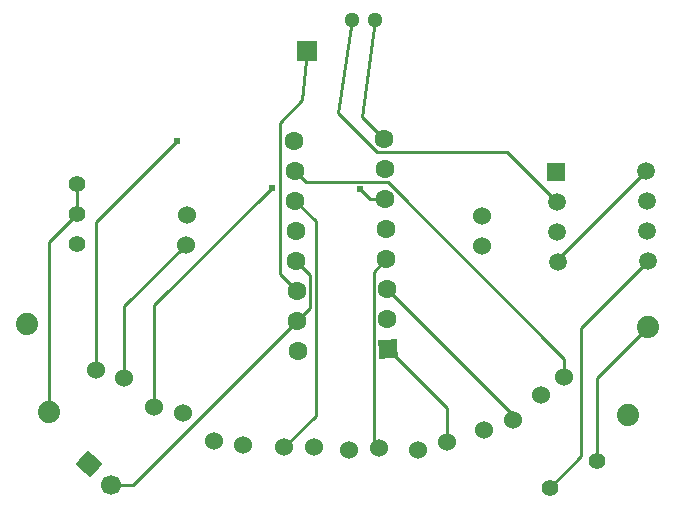
<source format=gbl>
G04 Layer: BottomLayer*
G04 EasyEDA v6.5.51, 2025-10-19 10:48:53*
G04 5e3b94fd083e48a5883d67b6d006c6ac,63b151a7cfd24dbfbc8a16c83e39e105,10*
G04 Gerber Generator version 0.2*
G04 Scale: 100 percent, Rotated: No, Reflected: No *
G04 Dimensions in millimeters *
G04 leading zeros omitted , absolute positions ,4 integer and 5 decimal *
%FSLAX45Y45*%
%MOMM*%

%AMMACRO1*21,1,$1,$2,0,0,$3*%
%ADD10C,0.2540*%
%ADD11C,1.3000*%
%ADD12C,1.4000*%
%ADD13R,1.7000X1.7000*%
%ADD14C,1.5240*%
%ADD15C,0.0106*%
%ADD16MACRO1,1.7X1.5748X-42.9996*%
%ADD17C,1.7000*%
%ADD18C,1.8796*%
%ADD19MACRO1,1.5X1.5001X-88.9987*%
%ADD20C,1.5000*%
%ADD21C,1.6000*%
%ADD22MACRO1,1.6X1.6X-178.9994*%
%ADD23C,0.6096*%

%LPD*%
D10*
X5522975Y4561281D02*
G01*
X5522975Y4715535D01*
X4031868Y6206642D01*
X3338677Y6206642D01*
X3240176Y6305143D01*
X4006494Y6064504D02*
G01*
X3878351Y6064504D01*
X3794759Y6148095D01*
X2047951Y4308475D02*
G01*
X2047951Y5165394D01*
X3044596Y6162039D01*
X4019804Y5302605D02*
G01*
X5086477Y4235932D01*
X5086477Y4192143D01*
X4015359Y5556580D02*
G01*
X3907383Y5448604D01*
X3907383Y4002608D01*
X3949217Y3960774D01*
X4028643Y4794681D02*
G01*
X4529581Y4293743D01*
X4529581Y4007967D01*
X1554327Y4619701D02*
G01*
X1554327Y5870930D01*
X2242515Y6559118D01*
X5458968Y6038595D02*
G01*
X5033772Y6463792D01*
X3938524Y6463792D01*
X3608324Y6793992D01*
X3722624Y7581900D01*
X3997706Y6572504D02*
G01*
X3808475Y6761734D01*
X3922775Y7581900D01*
X3253486Y5543270D02*
G01*
X3371748Y5425008D01*
X3371748Y5144744D01*
X3262350Y5035346D01*
X6232499Y4981346D02*
G01*
X5801868Y4550714D01*
X5801868Y3845305D01*
X1680387Y3647186D02*
G01*
X1874189Y3647186D01*
X3262350Y5035346D01*
X2317445Y5677077D02*
G01*
X1798472Y5158104D01*
X1798472Y4549698D01*
X6216294Y6305804D02*
G01*
X5467705Y5557215D01*
X5467705Y5530595D01*
X1397000Y6193612D02*
G01*
X1397000Y5939612D01*
X1397000Y5939612D02*
G01*
X1158976Y5701588D01*
X1158976Y4265828D01*
X3340100Y7315200D02*
G01*
X3302000Y6902450D01*
X3112008Y6712458D01*
X3112008Y5435092D01*
X3257804Y5289295D01*
X6229604Y5543905D02*
G01*
X5663514Y4977815D01*
X5663514Y3886276D01*
X5399531Y3622294D01*
X3149600Y3962400D02*
G01*
X3419602Y4232402D01*
X3419602Y5876213D01*
X3244621Y6051194D01*
D11*
G01*
X3722700Y7581900D03*
G01*
X3922699Y7581900D03*
D12*
G01*
X5399539Y3622296D03*
G01*
X5801860Y3845303D03*
D13*
G01*
X3340100Y7315200D03*
D14*
G01*
X5086484Y4192148D03*
G01*
X4844915Y4113651D03*
G01*
X2553936Y4018175D03*
G01*
X2805463Y3982824D03*
G01*
X3949214Y3960769D03*
G01*
X3696185Y3938630D03*
G01*
X2330747Y5930724D03*
G01*
X2317452Y5677075D03*
G01*
X5522978Y4561288D03*
G01*
X5322821Y4404911D03*
G01*
X4529571Y4007970D03*
G01*
X4284228Y3942229D03*
G01*
X4823782Y5918179D03*
G01*
X4828217Y5664220D03*
G01*
X2047956Y4308469D03*
G01*
X2295443Y4251330D03*
G01*
X1554319Y4619706D03*
G01*
X1798480Y4549693D03*
G01*
X3149600Y3962400D03*
G01*
X3403600Y3962400D03*
D16*
G01*
X1494618Y3820412D03*
D17*
G01*
X1680382Y3647186D03*
D18*
G01*
X6061092Y4238866D03*
G01*
X6232507Y4981333D03*
G01*
X974628Y5005184D03*
G01*
X1158971Y4265815D03*
D12*
G01*
X1397000Y6193612D03*
G01*
X1397002Y5685609D03*
G01*
X1396997Y5939612D03*
D19*
G01*
X5454406Y6292490D03*
D20*
G01*
X5458843Y6038532D03*
G01*
X5463275Y5784568D03*
G01*
X5467708Y5530603D03*
G01*
X6216291Y6305796D03*
G01*
X6220724Y6051831D03*
G01*
X6225156Y5797867D03*
G01*
X6229596Y5543908D03*
D21*
G01*
X3266772Y4781384D03*
G01*
X3262340Y5035346D03*
G01*
X3257908Y5289308D03*
G01*
X3253473Y5543270D03*
G01*
X3249040Y5797232D03*
G01*
X3244608Y6051191D03*
G01*
X3240176Y6305153D03*
G01*
X3235744Y6559115D03*
G01*
X3997627Y6572415D03*
G01*
X4002059Y6318453D03*
G01*
X4006491Y6064491D03*
G01*
X4010926Y5810529D03*
G01*
X4015359Y5556567D03*
G01*
X4019791Y5302608D03*
G01*
X4024223Y5048646D03*
D22*
G01*
X4028654Y4794677D03*
D23*
G01*
X2242515Y6559118D03*
G01*
X3044596Y6162039D03*
G01*
X3794759Y6148095D03*
M02*

</source>
